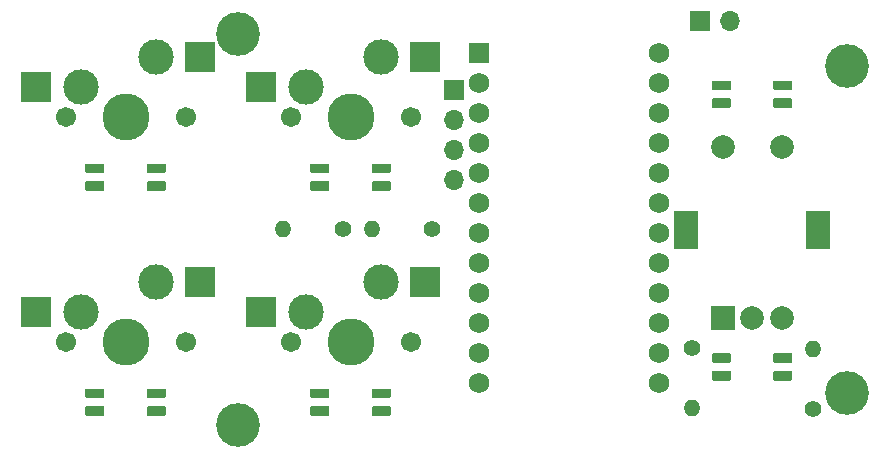
<source format=gbs>
%TF.GenerationSoftware,KiCad,Pcbnew,(5.1.9)-1*%
%TF.CreationDate,2021-11-30T13:31:35+01:00*%
%TF.ProjectId,Little_Big_Scroll,4c697474-6c65-45f4-9269-675f5363726f,v1.0*%
%TF.SameCoordinates,Original*%
%TF.FileFunction,Soldermask,Bot*%
%TF.FilePolarity,Negative*%
%FSLAX46Y46*%
G04 Gerber Fmt 4.6, Leading zero omitted, Abs format (unit mm)*
G04 Created by KiCad (PCBNEW (5.1.9)-1) date 2021-11-30 13:31:35*
%MOMM*%
%LPD*%
G01*
G04 APERTURE LIST*
%ADD10C,2.000000*%
%ADD11R,2.000000X3.200000*%
%ADD12R,2.000000X2.000000*%
%ADD13C,1.752600*%
%ADD14R,1.752600X1.752600*%
%ADD15R,2.550000X2.500000*%
%ADD16C,1.701800*%
%ADD17C,3.987800*%
%ADD18C,3.000000*%
%ADD19O,1.700000X1.700000*%
%ADD20R,1.700000X1.700000*%
%ADD21C,3.700000*%
%ADD22O,1.400000X1.400000*%
%ADD23C,1.400000*%
G04 APERTURE END LIST*
D10*
X221880000Y-104555000D03*
X216880000Y-104555000D03*
D11*
X224980000Y-111555000D03*
X213780000Y-111555000D03*
D10*
X221880000Y-119055000D03*
X219380000Y-119055000D03*
D12*
X216880000Y-119055000D03*
D13*
X211500000Y-96585000D03*
X196260000Y-124525000D03*
X211500000Y-99125000D03*
X211500000Y-101665000D03*
X211500000Y-104205000D03*
X211500000Y-106745000D03*
X211500000Y-109285000D03*
X211500000Y-111825000D03*
X211500000Y-114365000D03*
X211500000Y-116905000D03*
X211500000Y-119445000D03*
X211500000Y-121985000D03*
X211500000Y-124525000D03*
X196260000Y-121985000D03*
X196260000Y-119445000D03*
X196260000Y-116905000D03*
X196260000Y-114365000D03*
X196260000Y-111825000D03*
X196260000Y-109285000D03*
X196260000Y-106745000D03*
X196260000Y-104205000D03*
X196260000Y-101665000D03*
X196260000Y-99125000D03*
D14*
X196260000Y-96585000D03*
D15*
X177820000Y-118540000D03*
D16*
X180300000Y-121080000D03*
X190460000Y-121080000D03*
D17*
X185380000Y-121080000D03*
D18*
X181570000Y-118540000D03*
X187920000Y-116000000D03*
D15*
X191670000Y-116000000D03*
X158770000Y-118540000D03*
D16*
X161250000Y-121080000D03*
X171410000Y-121080000D03*
D17*
X166330000Y-121080000D03*
D18*
X162520000Y-118540000D03*
X168870000Y-116000000D03*
D15*
X172620000Y-116000000D03*
X177820000Y-99490000D03*
D16*
X180300000Y-102030000D03*
X190460000Y-102030000D03*
D17*
X185380000Y-102030000D03*
D18*
X181570000Y-99490000D03*
X187920000Y-96950000D03*
D15*
X191670000Y-96950000D03*
X158770000Y-99490000D03*
D16*
X161250000Y-102030000D03*
X171410000Y-102030000D03*
D17*
X166330000Y-102030000D03*
D18*
X162520000Y-99490000D03*
X168870000Y-96950000D03*
D15*
X172620000Y-96950000D03*
D19*
X194105000Y-107340000D03*
X194105000Y-104800000D03*
X194105000Y-102260000D03*
D20*
X194105000Y-99720000D03*
D21*
X175855000Y-128105000D03*
X227380000Y-125411406D03*
X227380000Y-97698594D03*
X175855000Y-95005000D03*
D19*
X217490000Y-93870000D03*
D20*
X214950000Y-93870000D03*
G36*
G01*
X221262000Y-123499999D02*
X222698000Y-123499999D01*
G75*
G02*
X222780000Y-123581999I0J-82000D01*
G01*
X222780000Y-124237999D01*
G75*
G02*
X222698000Y-124319999I-82000J0D01*
G01*
X221262000Y-124319999D01*
G75*
G02*
X221180000Y-124237999I0J82000D01*
G01*
X221180000Y-123581999D01*
G75*
G02*
X221262000Y-123499999I82000J0D01*
G01*
G37*
G36*
G01*
X221262000Y-121999999D02*
X222698000Y-121999999D01*
G75*
G02*
X222780000Y-122081999I0J-82000D01*
G01*
X222780000Y-122737999D01*
G75*
G02*
X222698000Y-122819999I-82000J0D01*
G01*
X221262000Y-122819999D01*
G75*
G02*
X221180000Y-122737999I0J82000D01*
G01*
X221180000Y-122081999D01*
G75*
G02*
X221262000Y-121999999I82000J0D01*
G01*
G37*
G36*
G01*
X216062000Y-123499999D02*
X217498000Y-123499999D01*
G75*
G02*
X217580000Y-123581999I0J-82000D01*
G01*
X217580000Y-124237999D01*
G75*
G02*
X217498000Y-124319999I-82000J0D01*
G01*
X216062000Y-124319999D01*
G75*
G02*
X215980000Y-124237999I0J82000D01*
G01*
X215980000Y-123581999D01*
G75*
G02*
X216062000Y-123499999I82000J0D01*
G01*
G37*
G36*
G01*
X216062000Y-121999999D02*
X217498000Y-121999999D01*
G75*
G02*
X217580000Y-122081999I0J-82000D01*
G01*
X217580000Y-122737999D01*
G75*
G02*
X217498000Y-122819999I-82000J0D01*
G01*
X216062000Y-122819999D01*
G75*
G02*
X215980000Y-122737999I0J82000D01*
G01*
X215980000Y-122081999D01*
G75*
G02*
X216062000Y-121999999I82000J0D01*
G01*
G37*
G36*
G01*
X221262000Y-100424999D02*
X222698000Y-100424999D01*
G75*
G02*
X222780000Y-100506999I0J-82000D01*
G01*
X222780000Y-101162999D01*
G75*
G02*
X222698000Y-101244999I-82000J0D01*
G01*
X221262000Y-101244999D01*
G75*
G02*
X221180000Y-101162999I0J82000D01*
G01*
X221180000Y-100506999D01*
G75*
G02*
X221262000Y-100424999I82000J0D01*
G01*
G37*
G36*
G01*
X221262000Y-98924999D02*
X222698000Y-98924999D01*
G75*
G02*
X222780000Y-99006999I0J-82000D01*
G01*
X222780000Y-99662999D01*
G75*
G02*
X222698000Y-99744999I-82000J0D01*
G01*
X221262000Y-99744999D01*
G75*
G02*
X221180000Y-99662999I0J82000D01*
G01*
X221180000Y-99006999D01*
G75*
G02*
X221262000Y-98924999I82000J0D01*
G01*
G37*
G36*
G01*
X216062000Y-100424999D02*
X217498000Y-100424999D01*
G75*
G02*
X217580000Y-100506999I0J-82000D01*
G01*
X217580000Y-101162999D01*
G75*
G02*
X217498000Y-101244999I-82000J0D01*
G01*
X216062000Y-101244999D01*
G75*
G02*
X215980000Y-101162999I0J82000D01*
G01*
X215980000Y-100506999D01*
G75*
G02*
X216062000Y-100424999I82000J0D01*
G01*
G37*
G36*
G01*
X216062000Y-98924999D02*
X217498000Y-98924999D01*
G75*
G02*
X217580000Y-99006999I0J-82000D01*
G01*
X217580000Y-99662999D01*
G75*
G02*
X217498000Y-99744999I-82000J0D01*
G01*
X216062000Y-99744999D01*
G75*
G02*
X215980000Y-99662999I0J82000D01*
G01*
X215980000Y-99006999D01*
G75*
G02*
X216062000Y-98924999I82000J0D01*
G01*
G37*
D22*
X224520000Y-121620000D03*
D23*
X224520000Y-126700000D03*
D22*
X214250000Y-126650000D03*
D23*
X214250000Y-121570000D03*
D22*
X187180000Y-111480000D03*
D23*
X192260000Y-111480000D03*
D22*
X179690000Y-111500000D03*
D23*
X184770000Y-111500000D03*
G36*
G01*
X187262000Y-126499999D02*
X188698000Y-126499999D01*
G75*
G02*
X188780000Y-126581999I0J-82000D01*
G01*
X188780000Y-127237999D01*
G75*
G02*
X188698000Y-127319999I-82000J0D01*
G01*
X187262000Y-127319999D01*
G75*
G02*
X187180000Y-127237999I0J82000D01*
G01*
X187180000Y-126581999D01*
G75*
G02*
X187262000Y-126499999I82000J0D01*
G01*
G37*
G36*
G01*
X187262000Y-124999999D02*
X188698000Y-124999999D01*
G75*
G02*
X188780000Y-125081999I0J-82000D01*
G01*
X188780000Y-125737999D01*
G75*
G02*
X188698000Y-125819999I-82000J0D01*
G01*
X187262000Y-125819999D01*
G75*
G02*
X187180000Y-125737999I0J82000D01*
G01*
X187180000Y-125081999D01*
G75*
G02*
X187262000Y-124999999I82000J0D01*
G01*
G37*
G36*
G01*
X182062000Y-126499999D02*
X183498000Y-126499999D01*
G75*
G02*
X183580000Y-126581999I0J-82000D01*
G01*
X183580000Y-127237999D01*
G75*
G02*
X183498000Y-127319999I-82000J0D01*
G01*
X182062000Y-127319999D01*
G75*
G02*
X181980000Y-127237999I0J82000D01*
G01*
X181980000Y-126581999D01*
G75*
G02*
X182062000Y-126499999I82000J0D01*
G01*
G37*
G36*
G01*
X182062000Y-124999999D02*
X183498000Y-124999999D01*
G75*
G02*
X183580000Y-125081999I0J-82000D01*
G01*
X183580000Y-125737999D01*
G75*
G02*
X183498000Y-125819999I-82000J0D01*
G01*
X182062000Y-125819999D01*
G75*
G02*
X181980000Y-125737999I0J82000D01*
G01*
X181980000Y-125081999D01*
G75*
G02*
X182062000Y-124999999I82000J0D01*
G01*
G37*
G36*
G01*
X168212000Y-126499999D02*
X169648000Y-126499999D01*
G75*
G02*
X169730000Y-126581999I0J-82000D01*
G01*
X169730000Y-127237999D01*
G75*
G02*
X169648000Y-127319999I-82000J0D01*
G01*
X168212000Y-127319999D01*
G75*
G02*
X168130000Y-127237999I0J82000D01*
G01*
X168130000Y-126581999D01*
G75*
G02*
X168212000Y-126499999I82000J0D01*
G01*
G37*
G36*
G01*
X168212000Y-124999999D02*
X169648000Y-124999999D01*
G75*
G02*
X169730000Y-125081999I0J-82000D01*
G01*
X169730000Y-125737999D01*
G75*
G02*
X169648000Y-125819999I-82000J0D01*
G01*
X168212000Y-125819999D01*
G75*
G02*
X168130000Y-125737999I0J82000D01*
G01*
X168130000Y-125081999D01*
G75*
G02*
X168212000Y-124999999I82000J0D01*
G01*
G37*
G36*
G01*
X163012000Y-126499999D02*
X164448000Y-126499999D01*
G75*
G02*
X164530000Y-126581999I0J-82000D01*
G01*
X164530000Y-127237999D01*
G75*
G02*
X164448000Y-127319999I-82000J0D01*
G01*
X163012000Y-127319999D01*
G75*
G02*
X162930000Y-127237999I0J82000D01*
G01*
X162930000Y-126581999D01*
G75*
G02*
X163012000Y-126499999I82000J0D01*
G01*
G37*
G36*
G01*
X163012000Y-124999999D02*
X164448000Y-124999999D01*
G75*
G02*
X164530000Y-125081999I0J-82000D01*
G01*
X164530000Y-125737999D01*
G75*
G02*
X164448000Y-125819999I-82000J0D01*
G01*
X163012000Y-125819999D01*
G75*
G02*
X162930000Y-125737999I0J82000D01*
G01*
X162930000Y-125081999D01*
G75*
G02*
X163012000Y-124999999I82000J0D01*
G01*
G37*
G36*
G01*
X168212000Y-107449999D02*
X169648000Y-107449999D01*
G75*
G02*
X169730000Y-107531999I0J-82000D01*
G01*
X169730000Y-108187999D01*
G75*
G02*
X169648000Y-108269999I-82000J0D01*
G01*
X168212000Y-108269999D01*
G75*
G02*
X168130000Y-108187999I0J82000D01*
G01*
X168130000Y-107531999D01*
G75*
G02*
X168212000Y-107449999I82000J0D01*
G01*
G37*
G36*
G01*
X168212000Y-105949999D02*
X169648000Y-105949999D01*
G75*
G02*
X169730000Y-106031999I0J-82000D01*
G01*
X169730000Y-106687999D01*
G75*
G02*
X169648000Y-106769999I-82000J0D01*
G01*
X168212000Y-106769999D01*
G75*
G02*
X168130000Y-106687999I0J82000D01*
G01*
X168130000Y-106031999D01*
G75*
G02*
X168212000Y-105949999I82000J0D01*
G01*
G37*
G36*
G01*
X163012000Y-107449999D02*
X164448000Y-107449999D01*
G75*
G02*
X164530000Y-107531999I0J-82000D01*
G01*
X164530000Y-108187999D01*
G75*
G02*
X164448000Y-108269999I-82000J0D01*
G01*
X163012000Y-108269999D01*
G75*
G02*
X162930000Y-108187999I0J82000D01*
G01*
X162930000Y-107531999D01*
G75*
G02*
X163012000Y-107449999I82000J0D01*
G01*
G37*
G36*
G01*
X163012000Y-105949999D02*
X164448000Y-105949999D01*
G75*
G02*
X164530000Y-106031999I0J-82000D01*
G01*
X164530000Y-106687999D01*
G75*
G02*
X164448000Y-106769999I-82000J0D01*
G01*
X163012000Y-106769999D01*
G75*
G02*
X162930000Y-106687999I0J82000D01*
G01*
X162930000Y-106031999D01*
G75*
G02*
X163012000Y-105949999I82000J0D01*
G01*
G37*
G36*
G01*
X187262000Y-107449999D02*
X188698000Y-107449999D01*
G75*
G02*
X188780000Y-107531999I0J-82000D01*
G01*
X188780000Y-108187999D01*
G75*
G02*
X188698000Y-108269999I-82000J0D01*
G01*
X187262000Y-108269999D01*
G75*
G02*
X187180000Y-108187999I0J82000D01*
G01*
X187180000Y-107531999D01*
G75*
G02*
X187262000Y-107449999I82000J0D01*
G01*
G37*
G36*
G01*
X187262000Y-105949999D02*
X188698000Y-105949999D01*
G75*
G02*
X188780000Y-106031999I0J-82000D01*
G01*
X188780000Y-106687999D01*
G75*
G02*
X188698000Y-106769999I-82000J0D01*
G01*
X187262000Y-106769999D01*
G75*
G02*
X187180000Y-106687999I0J82000D01*
G01*
X187180000Y-106031999D01*
G75*
G02*
X187262000Y-105949999I82000J0D01*
G01*
G37*
G36*
G01*
X182062000Y-107449999D02*
X183498000Y-107449999D01*
G75*
G02*
X183580000Y-107531999I0J-82000D01*
G01*
X183580000Y-108187999D01*
G75*
G02*
X183498000Y-108269999I-82000J0D01*
G01*
X182062000Y-108269999D01*
G75*
G02*
X181980000Y-108187999I0J82000D01*
G01*
X181980000Y-107531999D01*
G75*
G02*
X182062000Y-107449999I82000J0D01*
G01*
G37*
G36*
G01*
X182062000Y-105949999D02*
X183498000Y-105949999D01*
G75*
G02*
X183580000Y-106031999I0J-82000D01*
G01*
X183580000Y-106687999D01*
G75*
G02*
X183498000Y-106769999I-82000J0D01*
G01*
X182062000Y-106769999D01*
G75*
G02*
X181980000Y-106687999I0J82000D01*
G01*
X181980000Y-106031999D01*
G75*
G02*
X182062000Y-105949999I82000J0D01*
G01*
G37*
M02*

</source>
